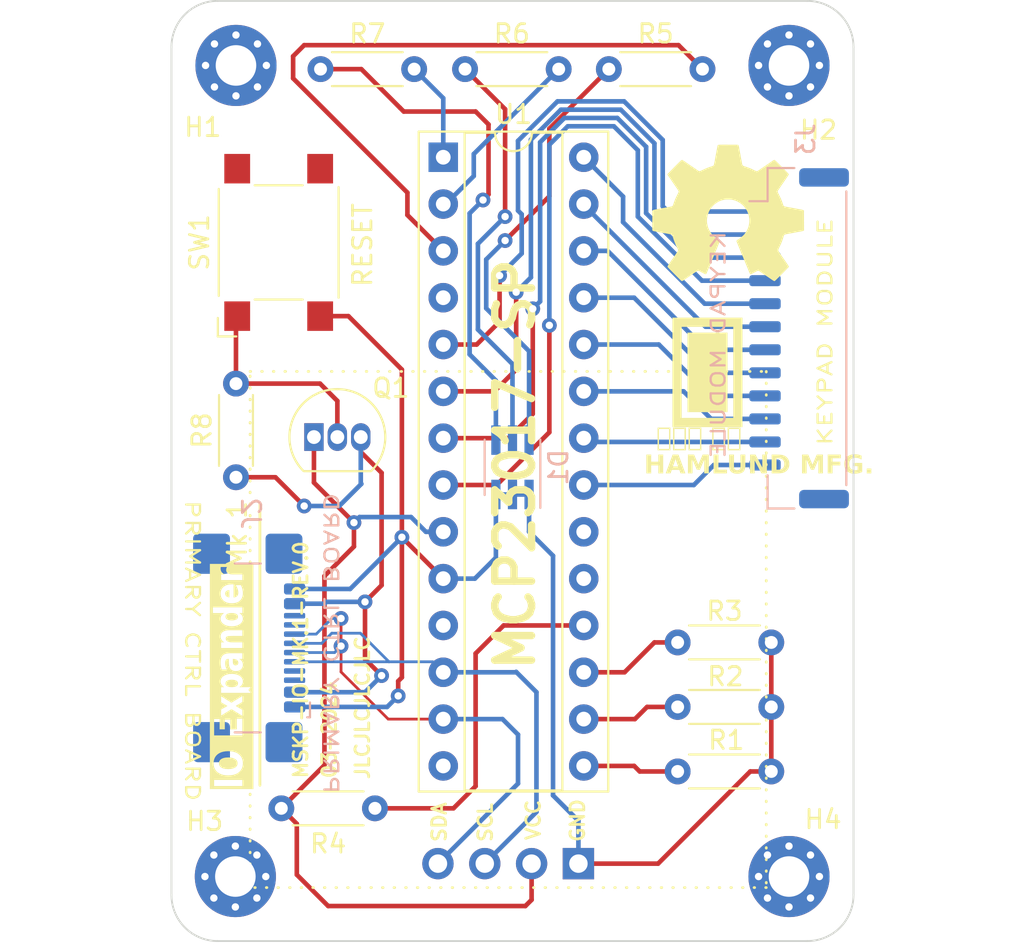
<source format=kicad_pcb>
(kicad_pcb (version 20221018) (generator pcbnew)
  (layers (0 "F.Cu" signal) (31 "B.Cu" signal) (34 "B.Paste" user) (35 "F.Paste" user) (36 "B.SilkS" user "B.Silkscreen") (37 "F.SilkS" user "F.Silkscreen") (38 "B.Mask" user) (39 "F.Mask" user) (44 "Edge.Cuts" user))
  (net 0 "")
  (net 1 "Net-(J1-VCC)")
  (net 2 "Net-(J1-SCL)")
  (net 3 "Net-(J1-SDA)")
  (net 9 "Net-(J3-Pin_1)")
  (net 10 "Net-(J3-Pin_2)")
  (net 11 "Net-(J3-Pin_3)")
  (net 12 "Net-(J3-Pin_4)")
  (net 13 "Net-(J3-Pin_5)")
  (net 14 "Net-(J3-Pin_6)")
  (net 15 "Net-(J3-Pin_7)")
  (net 16 "Net-(J3-Pin_8)")
  (net 17 "Net-(J3-Pin_9)")
  (net 18 "Net-(J3-Pin_10)")
  (net 19 "Net-(J3-Pin_11)")
  (net 20 "Net-(J3-Pin_12)")
  (net 21 "Net-(U1-A0)")
  (net 22 "Net-(U1-A1)")
  (net 23 "Net-(U1-A2)")
  (net 24 "Net-(U1-~{RESET})")
  (net 25 "Net-(Q1-C)")
  (net 26 "Net-(Q1-B)")
  (net 31 "Net-(U1-GPB2)")
  (net 32 "Net-(D1-KB)")
  (net 33 "Net-(D1-AR)")
  (net 34 "Net-(D1-AG)")
  (net 35 "Net-(D1-AB)")
  (net 36 "Net-(U1-GPB1)")
  (net 37 "Net-(U1-GPB0)")
  (footprint "MountingHole:MountingHole_2.2mm_M2_Pad_Via" (layer "F.Cu") (at 111 56.2)
    (fp_text reference "H1" (at -1.8 3.35) (layer "F.SilkS"))
    (fp_text value "MountingHole_2.2mm_M2_Pad_Via")
    (pad "1" thru_hole circle (at -1.65 0) (size 0.7 0.7) (drill 0.4) (layers "*.Cu" "*.Mask"))
    (pad "1" thru_hole circle (at -1.166726 -1.166726) (size 0.7 0.7) (drill 0.4) (layers "*.Cu" "*.Mask"))
    (pad "1" thru_hole circle (at -1.166726 1.166726) (size 0.7 0.7) (drill 0.4) (layers "*.Cu" "*.Mask"))
    (pad "1" thru_hole circle (at 0 -1.65) (size 0.7 0.7) (drill 0.4) (layers "*.Cu" "*.Mask"))
    (pad "1" thru_hole circle (at 0 0) (size 4.4 4.4) (drill 2.2) (layers "*.Cu" "*.Mask"))
    (pad "1" thru_hole circle (at 0 1.65) (size 0.7 0.7) (drill 0.4) (layers "*.Cu" "*.Mask"))
    (pad "1" thru_hole circle (at 1.166726 -1.166726) (size 0.7 0.7) (drill 0.4) (layers "*.Cu" "*.Mask"))
    (pad "1" thru_hole circle (at 1.166726 1.166726) (size 0.7 0.7) (drill 0.4) (layers "*.Cu" "*.Mask"))
    (pad "1" thru_hole circle (at 1.65 0) (size 0.7 0.7) (drill 0.4) (layers "*.Cu" "*.Mask"))
  )
  (footprint "Resistor_THT:R_Axial_DIN0204_L3.6mm_D1.6mm_P5.08mm_Horizontal" (layer "F.Cu") (at 131.226726 56.4)
    (fp_text reference "R5" (at 2.54 -1.92) (layer "F.SilkS"))
    (fp_text value "?k")
    (pad "1" thru_hole circle (at 0 0) (size 1.4 1.4) (drill 0.7) (layers "*.Cu" "*.Mask") (net 35 "Net-(D1-AB)"))
    (pad "2" thru_hole oval (at 5.08 0) (size 1.4 1.4) (drill 0.7) (layers "*.Cu" "*.Mask") (net 31 "Net-(U1-GPB2)"))
  )
  (footprint "ScottoKeebs_Components:OLED_128x64" (layer "F.Cu") (at 125.766726 99.5 180)
    (fp_text reference "J1" hide)
    (fp_text value "OLED_128x64")
    (pad "1" thru_hole rect (at -3.81 0 270) (size 1.7 1.7) (drill 1) (layers "*.Cu" "*.Mask") (net 32 "Net-(D1-KB)"))
    (pad "2" thru_hole oval (at -1.27 0 270) (size 1.7 1.7) (drill 1) (layers "*.Cu" "*.Mask") (net 1 "Net-(J1-VCC)"))
    (pad "3" thru_hole oval (at 1.27 0 270) (size 1.7 1.7) (drill 1) (layers "*.Cu" "*.Mask") (net 2 "Net-(J1-SCL)"))
    (pad "4" thru_hole oval (at 3.81 0 270) (size 1.7 1.7) (drill 1) (layers "*.Cu" "*.Mask") (net 3 "Net-(J1-SDA)"))
  )
  (footprint "MountingHole:MountingHole_2.2mm_M2_Pad_Via" (layer "F.Cu") (at 141 100.2)
    (fp_text reference "H4" (at 1.85 -3.1) (layer "F.SilkS"))
    (fp_text value "MountingHole_2.2mm_M2_Pad_Via")
    (pad "1" thru_hole circle (at -1.65 0) (size 0.7 0.7) (drill 0.4) (layers "*.Cu" "*.Mask"))
    (pad "1" thru_hole circle (at -1.166726 -1.166726) (size 0.7 0.7) (drill 0.4) (layers "*.Cu" "*.Mask"))
    (pad "1" thru_hole circle (at -1.166726 1.166726) (size 0.7 0.7) (drill 0.4) (layers "*.Cu" "*.Mask"))
    (pad "1" thru_hole circle (at 0 -1.65) (size 0.7 0.7) (drill 0.4) (layers "*.Cu" "*.Mask"))
    (pad "1" thru_hole circle (at 0 0) (size 4.4 4.4) (drill 2.2) (layers "*.Cu" "*.Mask"))
    (pad "1" thru_hole circle (at 0 1.65) (size 0.7 0.7) (drill 0.4) (layers "*.Cu" "*.Mask"))
    (pad "1" thru_hole circle (at 1.166726 -1.166726) (size 0.7 0.7) (drill 0.4) (layers "*.Cu" "*.Mask"))
    (pad "1" thru_hole circle (at 1.166726 1.166726) (size 0.7 0.7) (drill 0.4) (layers "*.Cu" "*.Mask"))
    (pad "1" thru_hole circle (at 1.65 0) (size 0.7 0.7) (drill 0.4) (layers "*.Cu" "*.Mask"))
  )
  (footprint "Package_DIP:DIP-28_W7.62mm_Socket" (layer "F.Cu") (at 122.245 61.18)
    (fp_text reference "U1" (at 3.81 -2.33) (layer "F.SilkS"))
    (fp_text value "MCP23017_SP")
    (pad "1" thru_hole rect (at 0 0) (size 1.6 1.6) (drill 0.8) (layers "*.Cu" "*.Mask") (net 37 "Net-(U1-GPB0)"))
    (pad "2" thru_hole oval (at 0 2.54) (size 1.6 1.6) (drill 0.8) (layers "*.Cu" "*.Mask") (net 36 "Net-(U1-GPB1)"))
    (pad "3" thru_hole oval (at 0 5.08) (size 1.6 1.6) (drill 0.8) (layers "*.Cu" "*.Mask") (net 31 "Net-(U1-GPB2)"))
    (pad "4" thru_hole oval (at 0 7.62) (size 1.6 1.6) (drill 0.8) (layers "*.Cu" "*.Mask"))
    (pad "5" thru_hole oval (at 0 10.16) (size 1.6 1.6) (drill 0.8) (layers "*.Cu" "*.Mask") (net 9 "Net-(J3-Pin_1)"))
    (pad "6" thru_hole oval (at 0 12.7) (size 1.6 1.6) (drill 0.8) (layers "*.Cu" "*.Mask") (net 10 "Net-(J3-Pin_2)"))
    (pad "7" thru_hole oval (at 0 15.24) (size 1.6 1.6) (drill 0.8) (layers "*.Cu" "*.Mask") (net 11 "Net-(J3-Pin_3)"))
    (pad "8" thru_hole oval (at 0 17.78) (size 1.6 1.6) (drill 0.8) (layers "*.Cu" "*.Mask") (net 12 "Net-(J3-Pin_4)"))
    (pad "9" thru_hole oval (at 0 20.32) (size 1.6 1.6) (drill 0.8) (layers "*.Cu" "*.Mask") (net 1 "Net-(J1-VCC)"))
    (pad "10" thru_hole oval (at 0 22.86) (size 1.6 1.6) (drill 0.8) (layers "*.Cu" "*.Mask") (net 32 "Net-(D1-KB)"))
    (pad "11" thru_hole oval (at 0 25.4) (size 1.6 1.6) (drill 0.8) (layers "*.Cu" "*.Mask"))
    (pad "12" thru_hole oval (at 0 27.94) (size 1.6 1.6) (drill 0.8) (layers "*.Cu" "*.Mask") (net 2 "Net-(J1-SCL)"))
    (pad "13" thru_hole oval (at 0 30.48) (size 1.6 1.6) (drill 0.8) (layers "*.Cu" "*.Mask") (net 3 "Net-(J1-SDA)"))
    (pad "14" thru_hole oval (at 0 33.02) (size 1.6 1.6) (drill 0.8) (layers "*.Cu" "*.Mask"))
    (pad "15" thru_hole oval (at 7.62 33.02) (size 1.6 1.6) (drill 0.8) (layers "*.Cu" "*.Mask") (net 21 "Net-(U1-A0)"))
    (pad "16" thru_hole oval (at 7.62 30.48) (size 1.6 1.6) (drill 0.8) (layers "*.Cu" "*.Mask") (net 22 "Net-(U1-A1)"))
    (pad "17" thru_hole oval (at 7.62 27.94) (size 1.6 1.6) (drill 0.8) (layers "*.Cu" "*.Mask") (net 23 "Net-(U1-A2)"))
    (pad "18" thru_hole oval (at 7.62 25.4) (size 1.6 1.6) (drill 0.8) (layers "*.Cu" "*.Mask") (net 24 "Net-(U1-~{RESET})"))
    (pad "19" thru_hole oval (at 7.62 22.86) (size 1.6 1.6) (drill 0.8) (layers "*.Cu" "*.Mask"))
    (pad "20" thru_hole oval (at 7.62 20.32) (size 1.6 1.6) (drill 0.8) (layers "*.Cu" "*.Mask"))
    (pad "21" thru_hole oval (at 7.62 17.78) (size 1.6 1.6) (drill 0.8) (layers "*.Cu" "*.Mask") (net 20 "Net-(J3-Pin_12)"))
    (pad "22" thru_hole oval (at 7.62 15.24) (size 1.6 1.6) (drill 0.8) (layers "*.Cu" "*.Mask") (net 19 "Net-(J3-Pin_11)"))
    (pad "23" thru_hole oval (at 7.62 12.7) (size 1.6 1.6) (drill 0.8) (layers "*.Cu" "*.Mask") (net 18 "Net-(J3-Pin_10)"))
    (pad "24" thru_hole oval (at 7.62 10.16) (size 1.6 1.6) (drill 0.8) (layers "*.Cu" "*.Mask") (net 17 "Net-(J3-Pin_9)"))
    (pad "25" thru_hole oval (at 7.62 7.62) (size 1.6 1.6) (drill 0.8) (layers "*.Cu" "*.Mask") (net 16 "Net-(J3-Pin_8)"))
    (pad "26" thru_hole oval (at 7.62 5.08) (size 1.6 1.6) (drill 0.8) (layers "*.Cu" "*.Mask") (net 15 "Net-(J3-Pin_7)"))
    (pad "27" thru_hole oval (at 7.62 2.54) (size 1.6 1.6) (drill 0.8) (layers "*.Cu" "*.Mask") (net 14 "Net-(J3-Pin_6)"))
    (pad "28" thru_hole oval (at 7.62 0) (size 1.6 1.6) (drill 0.8) (layers "*.Cu" "*.Mask") (net 13 "Net-(J3-Pin_5)"))
  )
  (footprint "Resistor_THT:R_Axial_DIN0204_L3.6mm_D1.6mm_P5.08mm_Horizontal" (layer "F.Cu") (at 111 73.46 -90)
    (fp_text reference "R8" (at 2.54 1.85 90) (layer "F.SilkS"))
    (fp_text value "100K")
    (pad "1" thru_hole circle (at 0 0 270) (size 1.4 1.4) (drill 0.7) (layers "*.Cu" "*.Mask") (net 26 "Net-(Q1-B)"))
    (pad "2" thru_hole oval (at 5.08 0 270) (size 1.4 1.4) (drill 0.7) (layers "*.Cu" "*.Mask") (net 25 "Net-(Q1-C)"))
  )
  (footprint "Resistor_THT:R_Axial_DIN0204_L3.6mm_D1.6mm_P5.08mm_Horizontal" (layer "F.Cu") (at 134.96 94.5)
    (fp_text reference "R1" (at 2.64 -1.7) (layer "F.SilkS"))
    (fp_text value "10k")
    (pad "1" thru_hole circle (at 0 0) (size 1.4 1.4) (drill 0.7) (layers "*.Cu" "*.Mask") (net 21 "Net-(U1-A0)"))
    (pad "2" thru_hole oval (at 5.08 0) (size 1.4 1.4) (drill 0.7) (layers "*.Cu" "*.Mask") (net 32 "Net-(D1-KB)"))
  )
  (footprint "Resistor_THT:R_Axial_DIN0204_L3.6mm_D1.6mm_P5.08mm_Horizontal" (layer "F.Cu") (at 134.96 87.5)
    (fp_text reference "R3" (at 2.54 -1.7) (layer "F.SilkS"))
    (fp_text value "10k")
    (pad "1" thru_hole circle (at 0 0) (size 1.4 1.4) (drill 0.7) (layers "*.Cu" "*.Mask") (net 23 "Net-(U1-A2)"))
    (pad "2" thru_hole oval (at 5.08 0) (size 1.4 1.4) (drill 0.7) (layers "*.Cu" "*.Mask") (net 32 "Net-(D1-KB)"))
  )
  (footprint "Button_Switch_SMD:SW_SPST_Omron_B3FS-101xP" (layer "F.Cu") (at 113.316726 65.8 90)
    (fp_text reference "SW1" (at 0 -4.3 90) (layer "F.SilkS"))
    (fp_text value "SW_Omron_B3FS")
    (pad "1" smd rect (at -4 -2.25 270) (size 1.6 1.4) (layers "F.Cu" "F.Paste" "F.Mask") (net 26 "Net-(Q1-B)"))
    (pad "1" smd rect (at 4 -2.25 270) (size 1.6 1.4) (layers "F.Cu" "F.Paste" "F.Mask") (net 26 "Net-(Q1-B)"))
    (pad "2" smd rect (at -4 2.25 270) (size 1.6 1.4) (layers "F.Cu" "F.Paste" "F.Mask") (net 32 "Net-(D1-KB)"))
    (pad "2" smd rect (at 4 2.25 270) (size 1.6 1.4) (layers "F.Cu" "F.Paste" "F.Mask") (net 32 "Net-(D1-KB)"))
  )
  (footprint "MountingHole:MountingHole_2.2mm_M2_Pad_Via" (layer "F.Cu") (at 110.966726 100.2)
    (fp_text reference "H3" (at -1.666726 -3) (layer "F.SilkS"))
    (fp_text value "MountingHole_2.2mm_M2_Pad_Via")
    (pad "1" thru_hole circle (at -1.65 0) (size 0.7 0.7) (drill 0.4) (layers "*.Cu" "*.Mask"))
    (pad "1" thru_hole circle (at -1.166726 -1.166726) (size 0.7 0.7) (drill 0.4) (layers "*.Cu" "*.Mask"))
    (pad "1" thru_hole circle (at -1.166726 1.166726) (size 0.7 0.7) (drill 0.4) (layers "*.Cu" "*.Mask"))
    (pad "1" thru_hole circle (at 0 -1.65) (size 0.7 0.7) (drill 0.4) (layers "*.Cu" "*.Mask"))
    (pad "1" thru_hole circle (at 0 0) (size 4.4 4.4) (drill 2.2) (layers "*.Cu" "*.Mask"))
    (pad "1" thru_hole circle (at 0 1.65) (size 0.7 0.7) (drill 0.4) (layers "*.Cu" "*.Mask"))
    (pad "1" thru_hole circle (at 1.166726 -1.166726) (size 0.7 0.7) (drill 0.4) (layers "*.Cu" "*.Mask"))
    (pad "1" thru_hole circle (at 1.166726 1.166726) (size 0.7 0.7) (drill 0.4) (layers "*.Cu" "*.Mask"))
    (pad "1" thru_hole circle (at 1.65 0) (size 0.7 0.7) (drill 0.4) (layers "*.Cu" "*.Mask"))
  )
  (footprint "Package_TO_SOT_THT:TO-92_Inline" (layer "F.Cu") (at 115.23 76.36)
    (fp_text reference "Q1" (at 4.17 -2.66) (layer "F.SilkS"))
    (fp_text value "2N3904")
    (pad "1" thru_hole rect (at 0 0) (size 1.05 1.5) (drill 0.75) (layers "*.Cu" "*.Mask") (net 1 "Net-(J1-VCC)"))
    (pad "2" thru_hole oval (at 1.27 0) (size 1.05 1.5) (drill 0.75) (layers "*.Cu" "*.Mask") (net 26 "Net-(Q1-B)"))
    (pad "3" thru_hole oval (at 2.54 0) (size 1.05 1.5) (drill 0.75) (layers "*.Cu" "*.Mask") (net 25 "Net-(Q1-C)"))
  )
  (footprint "Resistor_THT:R_Axial_DIN0204_L3.6mm_D1.6mm_P5.08mm_Horizontal" (layer "F.Cu") (at 115.586726 56.4)
    (fp_text reference "R7" (at 2.54 -1.92) (layer "F.SilkS"))
    (fp_text value "?k")
    (pad "1" thru_hole circle (at 0 0) (size 1.4 1.4) (drill 0.7) (layers "*.Cu" "*.Mask") (net 33 "Net-(D1-AR)"))
    (pad "2" thru_hole oval (at 5.08 0) (size 1.4 1.4) (drill 0.7) (layers "*.Cu" "*.Mask") (net 37 "Net-(U1-GPB0)"))
  )
  (footprint "Desktop:OSH_test" (layer "F.Cu") (at 137.7 64.2)
    (fp_text reference "G***" hide)
    (fp_text value "LOGO" hide)
  )
  (footprint "Resistor_THT:R_Axial_DIN0204_L3.6mm_D1.6mm_P5.08mm_Horizontal" (layer "F.Cu") (at 118.54 96.5 180)
    (fp_text reference "R4" (at 2.54 -1.92) (layer "F.SilkS"))
    (fp_text value "10k")
    (pad "1" thru_hole circle (at 0 0 180) (size 1.4 1.4) (drill 0.7) (layers "*.Cu" "*.Mask") (net 24 "Net-(U1-~{RESET})"))
    (pad "2" thru_hole oval (at 5.08 0 180) (size 1.4 1.4) (drill 0.7) (layers "*.Cu" "*.Mask") (net 1 "Net-(J1-VCC)"))
  )
  (footprint "MountingHole:MountingHole_2.2mm_M2_Pad_Via" (layer "F.Cu") (at 141 56.2)
    (fp_text reference "H2" (at 1.6 3.5) (layer "F.SilkS"))
    (fp_text value "MountingHole_2.2mm_M2_Pad_Via")
    (pad "1" thru_hole circle (at -1.65 0) (size 0.7 0.7) (drill 0.4) (layers "*.Cu" "*.Mask"))
    (pad "1" thru_hole circle (at -1.166726 -1.166726) (size 0.7 0.7) (drill 0.4) (layers "*.Cu" "*.Mask"))
    (pad "1" thru_hole circle (at -1.166726 1.166726) (size 0.7 0.7) (drill 0.4) (layers "*.Cu" "*.Mask"))
    (pad "1" thru_hole circle (at 0 -1.65) (size 0.7 0.7) (drill 0.4) (layers "*.Cu" "*.Mask"))
    (pad "1" thru_hole circle (at 0 0) (size 4.4 4.4) (drill 2.2) (layers "*.Cu" "*.Mask"))
    (pad "1" thru_hole circle (at 0 1.65) (size 0.7 0.7) (drill 0.4) (layers "*.Cu" "*.Mask"))
    (pad "1" thru_hole circle (at 1.166726 -1.166726) (size 0.7 0.7) (drill 0.4) (layers "*.Cu" "*.Mask"))
    (pad "1" thru_hole circle (at 1.166726 1.166726) (size 0.7 0.7) (drill 0.4) (layers "*.Cu" "*.Mask"))
    (pad "1" thru_hole circle (at 1.65 0) (size 0.7 0.7) (drill 0.4) (layers "*.Cu" "*.Mask"))
  )
  (footprint "Resistor_THT:R_Axial_DIN0204_L3.6mm_D1.6mm_P5.08mm_Horizontal" (layer "F.Cu") (at 134.96 91)
    (fp_text reference "R2" (at 2.59 -1.65) (layer "F.SilkS"))
    (fp_text value "10k")
    (pad "1" thru_hole circle (at 0 0) (size 1.4 1.4) (drill 0.7) (layers "*.Cu" "*.Mask") (net 22 "Net-(U1-A1)"))
    (pad "2" thru_hole oval (at 5.08 0) (size 1.4 1.4) (drill 0.7) (layers "*.Cu" "*.Mask") (net 32 "Net-(D1-KB)"))
  )
  (footprint "Resistor_THT:R_Axial_DIN0204_L3.6mm_D1.6mm_P5.08mm_Horizontal" (layer "F.Cu") (at 123.426726 56.4)
    (fp_text reference "R6" (at 2.54 -1.92) (layer "F.SilkS"))
    (fp_text value "?k")
    (pad "1" thru_hole circle (at 0 0) (size 1.4 1.4) (drill 0.7) (layers "*.Cu" "*.Mask") (net 34 "Net-(D1-AG)"))
    (pad "2" thru_hole oval (at 5.08 0) (size 1.4 1.4) (drill 0.7) (layers "*.Cu" "*.Mask") (net 36 "Net-(U1-GPB1)"))
  )
  (footprint "LED_SMD:LED_Avago_PLCC6_3x2.8mm" (layer "B.Cu") (at 126 78 90)
    (fp_text reference "D1" (at 0 2.5 90) (layer "B.SilkS") (effects (justify mirror)))
    (fp_text value "ASMT-YTB7-0AA02")
    (pad "1" smd rect (at -1.475 0.9 90) (size 1.6 0.5) (layers "B.Cu" "B.Paste" "B.Mask") (net 32 "Net-(D1-KB)"))
    (pad "2" smd rect (at -1.475 0 90) (size 1.6 0.5) (layers "B.Cu" "B.Paste" "B.Mask") (net 32 "Net-(D1-KB)"))
    (pad "3" smd rect (at -1.475 -0.9 90) (size 1.6 0.5) (layers "B.Cu" "B.Paste" "B.Mask") (net 32 "Net-(D1-KB)"))
    (pad "4" smd rect (at 1.475 -0.9 90) (size 1.6 0.5) (layers "B.Cu" "B.Paste" "B.Mask") (net 33 "Net-(D1-AR)"))
    (pad "5" smd rect (at 1.475 0 90) (size 1.6 0.5) (layers "B.Cu" "B.Paste" "B.Mask") (net 34 "Net-(D1-AG)"))
    (pad "6" smd rect (at 1.475 0.9 90) (size 1.6 0.5) (layers "B.Cu" "B.Paste" "B.Mask") (net 35 "Net-(D1-AB)"))
  )
  (footprint "Connector_JST:JST_GH_SM12B-GHS-TB_1x12-1MP_P1.25mm_Horizontal" (layer "B.Cu") (at 141.55 71 -90)
    (fp_text reference "J3" (at -10.8 -0.35 90) (layer "B.SilkS") (effects (justify mirror)))
    (fp_text value "Conn_01x12_Socket")
    (pad "1" smd roundrect (at -6.875 1.85 270) (size 0.6 1.7) (layers "B.Cu" "B.Paste" "B.Mask") (net 9 "Net-(J3-Pin_1)"))
    (pad "2" smd roundrect (at -5.625 1.85 270) (size 0.6 1.7) (layers "B.Cu" "B.Paste" "B.Mask") (net 10 "Net-(J3-Pin_2)"))
    (pad "3" smd roundrect (at -4.375 1.85 270) (size 0.6 1.7) (layers "B.Cu" "B.Paste" "B.Mask") (net 11 "Net-(J3-Pin_3)"))
    (pad "4" smd roundrect (at -3.125 1.85 270) (size 0.6 1.7) (layers "B.Cu" "B.Paste" "B.Mask") (net 12 "Net-(J3-Pin_4)"))
    (pad "5" smd roundrect (at -1.875 1.85 270) (size 0.6 1.7) (layers "B.Cu" "B.Paste" "B.Mask") (net 13 "Net-(J3-Pin_5)"))
    (pad "6" smd roundrect (at -0.625 1.85 270) (size 0.6 1.7) (layers "B.Cu" "B.Paste" "B.Mask") (net 14 "Net-(J3-Pin_6)"))
    (pad "7" smd roundrect (at 0.625 1.85 270) (size 0.6 1.7) (layers "B.Cu" "B.Paste" "B.Mask") (net 15 "Net-(J3-Pin_7)"))
    (pad "8" smd roundrect (at 1.875 1.85 270) (size 0.6 1.7) (layers "B.Cu" "B.Paste" "B.Mask") (net 16 "Net-(J3-Pin_8)"))
    (pad "9" smd roundrect (at 3.125 1.85 270) (size 0.6 1.7) (layers "B.Cu" "B.Paste" "B.Mask") (net 17 "Net-(J3-Pin_9)"))
    (pad "10" smd roundrect (at 4.375 1.85 270) (size 0.6 1.7) (layers "B.Cu" "B.Paste" "B.Mask") (net 18 "Net-(J3-Pin_10)"))
    (pad "11" smd roundrect (at 5.625 1.85 270) (size 0.6 1.7) (layers "B.Cu" "B.Paste" "B.Mask") (net 19 "Net-(J3-Pin_11)"))
    (pad "12" smd roundrect (at 6.875 1.85 270) (size 0.6 1.7) (layers "B.Cu" "B.Paste" "B.Mask") (net 20 "Net-(J3-Pin_12)"))
    (pad "MP" smd roundrect (at -8.725 -1.35 270) (size 1 2.7) (layers "B.Cu" "B.Paste" "B.Mask"))
    (pad "MP" smd roundrect (at 8.725 -1.35 270) (size 1 2.7) (layers "B.Cu" "B.Paste" "B.Mask"))
  )
  (footprint "Connector_USB:USB_C_Receptacle_GCT_USB4110" (layer "B.Cu") (at 110.5 87.8 90)
    (fp_text reference "J2" (at 7.3 1.3 270 unlocked) (layer "B.SilkS") (effects (justify mirror)))
    (fp_text value "USB_C_Receptacle_USB2.0")
    (pad "" np_thru_hole circle (at -2.89 2.605 90) (size 0.65 0.65) (drill 0.65) (layers "F&B.Cu" "*.Mask"))
    (pad "" np_thru_hole circle (at 2.89 2.605 90) (size 0.65 0.65) (drill 0.65) (layers "F&B.Cu" "*.Mask"))
    (pad "A1" smd roundrect (at -3.2 3.68 90) (size 0.6 1.15) (layers "B.Cu" "B.Paste" "B.Mask") (net 32 "Net-(D1-KB)"))
    (pad "A4" smd roundrect (at -2.4 3.68 90) (size 0.6 1.15) (layers "B.Cu" "B.Paste" "B.Mask") (net 25 "Net-(Q1-C)"))
    (pad "A5" smd roundrect (at -1.25 3.68 90) (size 0.3 1.15) (layers "B.Cu" "B.Paste" "B.Mask"))
    (pad "A6" smd roundrect (at -0.25 3.68 90) (size 0.3 1.15) (layers "B.Cu" "B.Paste" "B.Mask") (net 3 "Net-(J1-SDA)"))
    (pad "A7" smd roundrect (at 0.25 3.68 90) (size 0.3 1.15) (layers "B.Cu" "B.Paste" "B.Mask") (net 2 "Net-(J1-SCL)"))
    (pad "A8" smd roundrect (at 1.25 3.68 90) (size 0.3 1.15) (layers "B.Cu" "B.Paste" "B.Mask"))
    (pad "A9" smd roundrect (at 2.4 3.68 90) (size 0.6 1.15) (layers "B.Cu" "B.Paste" "B.Mask") (net 25 "Net-(Q1-C)"))
    (pad "A12" smd roundrect (at 3.2 3.68 90) (size 0.6 1.15) (layers "B.Cu" "B.Paste" "B.Mask") (net 32 "Net-(D1-KB)"))
    (pad "B1" smd roundrect (at 3.2 3.68 90) (size 0.6 1.15) (layers "B.Cu" "B.Paste" "B.Mask") (net 32 "Net-(D1-KB)"))
    (pad "B4" smd roundrect (at 2.4 3.68 90) (size 0.6 1.15) (layers "B.Cu" "B.Paste" "B.Mask") (net 25 "Net-(Q1-C)"))
    (pad "B5" smd roundrect (at 1.75 3.68 90) (size 0.3 1.15) (layers "B.Cu" "B.Paste" "B.Mask"))
    (pad "B6" smd roundrect (at 0.75 3.68 90) (size 0.3 1.15) (layers "B.Cu" "B.Paste" "B.Mask") (net 3 "Net-(J1-SDA)"))
    (pad "B7" smd roundrect (at -0.75 3.68 90) (size 0.3 1.15) (layers "B.Cu" "B.Paste" "B.Mask") (net 2 "Net-(J1-SCL)"))
    (pad "B8" smd roundrect (at -1.75 3.68 90) (size 0.3 1.15) (layers "B.Cu" "B.Paste" "B.Mask"))
    (pad "B9" smd roundrect (at -2.4 3.68 90) (size 0.6 1.15) (layers "B.Cu" "B.Paste" "B.Mask") (net 25 "Net-(Q1-C)"))
    (pad "B12" smd roundrect (at -3.2 3.68 90) (size 0.6 1.15) (layers "B.Cu" "B.Paste" "B.Mask") (net 32 "Net-(D1-KB)"))
    (pad "S1" smd roundrect (at -5.11 -0.825 90) (size 2.18 2) (layers "B.Cu" "B.Paste" "B.Mask") (roundrect_rratio 0.125))
    (pad "S1" smd roundrect (at -5.11 3.105 90) (size 2.18 2) (layers "B.Cu" "B.Paste" "B.Mask") (roundrect_rratio 0.125))
    (pad "S1" smd roundrect (at 5.11 -0.825 90) (size 2.18 2) (layers "B.Cu" "B.Paste" "B.Mask") (roundrect_rratio 0.125))
    (pad "S1" smd roundrect (at 5.11 3.105 90) (size 2.18 2) (layers "B.Cu" "B.Paste" "B.Mask") (roundrect_rratio 0.125))
  )
  (gr_rect (start 111.766726 72.8) (end 139.766726 100.8) (stroke (width 0.15) (type dot)) (fill none) (layer "F.SilkS"))
  (gr_line (start 112.3 79.95) (end 112.3 95.25) (stroke (width 0.15)) (layer "F.SilkS"))
  (gr_arc (start 110 103.7) (mid 108.232233 102.967767) (end 107.5 101.2) (stroke (width 0.1)) (layer "Edge.Cuts"))
  (gr_line (start 144.5 55.2) (end 144.5 101.2) (stroke (width 0.1)) (layer "Edge.Cuts"))
  (gr_arc (start 142 52.7) (mid 143.767767 53.432233) (end 144.5 55.2) (stroke (width 0.1)) (layer "Edge.Cuts"))
  (gr_line (start 107.5 101.2) (end 107.5 55.2) (stroke (width 0.1)) (layer "Edge.Cuts"))
  (gr_line (start 110 52.7) (end 142 52.7) (stroke (width 0.1)) (layer "Edge.Cuts"))
  (gr_line (start 142 103.7) (end 110 103.7) (stroke (width 0.1)) (layer "Edge.Cuts"))
  (gr_arc (start 107.5 55.2) (mid 108.232233 53.432233) (end 110 52.7) (stroke (width 0.1)) (layer "Edge.Cuts"))
  (gr_arc (start 144.5 101.2) (mid 143.767767 102.967767) (end 142 103.7) (stroke (width 0.1)) (layer "Edge.Cuts"))
  (gr_text "KEYPAD MODULE" (at 137.6 65.1 90) (layer "B.SilkS") (effects (font (size 0.75 1) (thickness 0.125)) (justify left bottom mirror)))
  (gr_text "PRIMARY CTRL BOARD" (at 115.7 95.8 270) (layer "B.SilkS") (effects (font (size 0.75 1) (thickness 0.125)) (justify left bottom mirror)))
  (gr_text "VCC" (at 127.566726 98.3 90) (layer "F.SilkS") (effects (font (size 0.75 0.75)) (justify left bottom)))
  (gr_text "SDA" (at 122.466726 98.4 90) (layer "F.SilkS") (effects (font (size 0.75 0.75)) (justify left bottom)))
  (gr_text "GND\n" (at 129.966726 98.4 90) (layer "F.SilkS") (effects (font (size 0.75 0.75)) (justify left bottom)))
  (gr_text "Mk 1" (at 111.65 83.6 90) (layer "F.SilkS") (effects (font (size 1 1)) (justify left bottom)))
  (gr_text "MCP23017-SP" (at 127.3 89.2 90) (layer "F.SilkS") (effects (font (size 2 2) (thickness 0.4) bold) (justify left bottom)))
  (gr_text "SCL" (at 124.966726 98.4 90) (layer "F.SilkS") (effects (font (size 0.75 0.75)) (justify left bottom)))
  (gr_text "HAMLUND MFG." (at 133.133274 78.5) (layer "F.SilkS") (effects (font (size 1 1) (thickness 0.2) bold) (justify left bottom)))
  (gr_text "03-2024" (at 116.5 94.95 90) (layer "F.SilkS") (effects (font (size 0.75 0.75)) (justify left bottom)))
  (gr_text "RESET" (at 118.45 68.3 90) (layer "F.SilkS") (effects (font (size 1 1)) (justify left bottom)))
  (gr_text "햄" (at 134.9 75) (layer "F.SilkS" knockout) (effects (font (size 4 4) (thickness 1) bold) (justify left bottom)))
  (gr_text "JLCJLCJLCJLC" (at 118.3 95 90) (layer "F.SilkS") (effects (font (size 0.75 0.75)) (justify left bottom)))
  (gr_text "MSKP-IO-MK.1-REV.0" (at 114.95 94.95 90) (layer "F.SilkS") (effects (font (size 0.75 0.75)) (justify left bottom)))
  (gr_text "PRIMARY CTRL BOARD" (at 108.2 79.7 270) (layer "F.SilkS") (effects (font (size 0.75 1) (thickness 0.125)) (justify left bottom)))
  (gr_text "햄룬드 제조" (at 133.8 77) (layer "F.SilkS") (effects (font (size 1 1)) (justify left bottom)))
  (gr_text "IO Expander" (at 111.6 95.45 90) (layer "F.SilkS" knockout) (effects (font (size 1.5 1.25) (thickness 0.2) bold) (justify left bottom)))
  (gr_text "KEYPAD MODULE" (at 143.4 76.9 90) (layer "F.SilkS") (effects (font (size 0.75 1) (thickness 0.125)) (justify left bottom)))
  (segment (start 114.3 97.34) (end 113.46 96.5) (width 0.25) (layer "F.Cu") (net 1))
  (segment (start 115.23 76.36) (end 115.23 78.83) (width 0.25) (layer "F.Cu") (net 1))
  (segment (start 115.8 94.16) (end 113.46 96.5) (width 0.25) (layer "F.Cu") (net 1))
  (segment (start 115.23 78.83) (end 117.4 81) (width 0.25) (layer "F.Cu") (net 1))
  (segment (start 126.7 101.8) (end 116 101.8) (width 0.25) (layer "F.Cu") (net 1))
  (segment (start 127.036726 101.463274) (end 126.7 101.8) (width 0.25) (layer "F.Cu") (net 1))
  (segment (start 114.3 100.1) (end 114.3 97.34) (width 0.25) (layer "F.Cu") (net 1))
  (segment (start 115.8 83.9) (end 115.8 94.16) (width 0.25) (layer "F.Cu") (net 1))
  (segment (start 116 101.8) (end 114.3 100.1) (width 0.25) (layer "F.Cu") (net 1))
  (segment (start 127.036726 99.5) (end 127.036726 101.463274) (width 0.25) (layer "F.Cu") (net 1))
  (segment (start 117.4 82.3) (end 115.8 83.9) (width 0.25) (layer "F.Cu") (net 1))
  (segment (start 117.4 81) (end 117.4 82.3) (width 0.25) (layer "F.Cu") (net 1))
  (via (at 117.4 81) (size 0.8) (drill 0.4) (layers "F.Cu" "B.Cu") (net 1))
  (segment (start 121.3 81.5) (end 122.245 81.5) (width 0.25) (layer "B.Cu") (net 1))
  (segment (start 117.7 80.7) (end 120.5 80.7) (width 0.25) (layer "B.Cu") (net 1))
  (segment (start 117.4 81) (end 117.7 80.7) (width 0.25) (layer "B.Cu") (net 1))
  (segment (start 120.5 80.7) (end 121.3 81.5) (width 0.25) (layer "B.Cu") (net 1))
  (segment (start 124.496726 99.5) (end 127.3 96.696726) (width 0.25) (layer "B.Cu") (net 2))
  (segment (start 127.3 96.696726) (end 127.3 90.2) (width 0.25) (layer "B.Cu") (net 2))
  (segment (start 117.75 87) (end 119.3 88.55) (width 0.15) (layer "B.Cu") (net 2))
  (segment (start 121.675 88.55) (end 122.245 89.12) (width 0.15) (layer "B.Cu") (net 2))
  (segment (start 126.18 89.12) (end 122.245 89.12) (width 0.25) (layer "B.Cu") (net 2))
  (segment (start 114.18 88.55) (end 119.3 88.55) (width 0.15) (layer "B.Cu") (net 2))
  (segment (start 116.2 87) (end 117.75 87) (width 0.15) (layer "B.Cu") (net 2))
  (segment (start 126.2 89.1) (end 126.18 89.12) (width 0.25) (layer "B.Cu") (net 2))
  (segment (start 114.18 87.55) (end 115.65 87.55) (width 0.15) (layer "B.Cu") (net 2))
  (segment (start 119.3 88.55) (end 121.675 88.55) (width 0.15) (layer "B.Cu") (net 2))
  (segment (start 115.65 87.55) (end 116.2 87) (width 0.15) (layer "B.Cu") (net 2))
  (segment (start 127.3 90.2) (end 126.2 89.1) (width 0.25) (layer "B.Cu") (net 2))
  (segment (start 116.7 87.7) (end 116.7 86.2) (width 0.15) (layer "F.Cu") (net 3))
  (segment (start 116.7 87.7) (end 116.7 89.1) (width 0.15) (layer "F.Cu") (net 3))
  (segment (start 119.26 91.66) (end 122.245 91.66) (width 0.15) (layer "F.Cu") (net 3))
  (segment (start 116.7 89.1) (end 119.26 91.66) (width 0.15) (layer "F.Cu") (net 3))
  (via (at 116.7 86.2) (size 0.8) (drill 0.4) (layers "F.Cu" "B.Cu") (net 3))
  (via (at 116.7 87.7) (size 0.8) (drill 0.4) (layers "F.Cu" "B.Cu") (net 3))
  (segment (start 116.7 86.2) (end 116.2 86.2) (width 0.15) (layer "B.Cu") (net 3))
  (segment (start 116.35 88.05) (end 116.7 87.7) (width 0.15) (layer "B.Cu") (net 3))
  (segment (start 114.18 88.05) (end 116.35 88.05) (width 0.15) (layer "B.Cu") (net 3))
  (segment (start 125.46 91.66) (end 122.245 91.66) (width 0.25) (layer "B.Cu") (net 3))
  (segment (start 116.2 86.2) (end 115.35 87.05) (width 0.15) (layer "B.Cu") (net 3))
  (segment (start 126.3 95.156726) (end 126.3 92.5) (width 0.25) (layer "B.Cu") (net 3))
  (segment (start 126.3 92.5) (end 125.46 91.66) (width 0.25) (layer "B.Cu") (net 3))
  (segment (start 121.956726 99.5) (end 126.3 95.156726) (width 0.25) (layer "B.Cu") (net 3))
  (segment (start 115.35 87.05) (end 114.18 87.05) (width 0.15) (layer "B.Cu") (net 3))
  (segment (start 125.3 70.1) (end 124.06 71.34) (width 0.25) (layer "F.Cu") (net 9))
  (segment (start 124.06 71.34) (end 122.245 71.34) (width 0.25) (layer "F.Cu") (net 9))
  (segment (start 125.3 67.6) (end 125.3 70.1) (width 0.25) (layer "F.Cu") (net 9))
  (via (at 125.3 67.6) (size 0.8) (drill 0.4) (layers "F.Cu" "B.Cu") (net 9))
  (segment (start 139.7 64.125) (end 134.434188 64.125) (width 0.25) (layer "B.Cu") (net 9))
  (segment (start 126.3 64.074695) (end 126.5 64.274695) (width 0.25) (layer "B.Cu") (net 9))
  (segment (start 126.3 60.290812) (end 126.3 64.074695) (width 0.25) (layer "B.Cu") (net 9))
  (segment (start 126.5 66.4) (end 125.3 67.6) (width 0.25) (layer "B.Cu") (net 9))
  (segment (start 132.059188 58.15) (end 128.440812 58.15) (width 0.25) (layer "B.Cu") (net 9))
  (segment (start 134.15 60.240812) (end 132.059188 58.15) (width 0.25) (layer "B.Cu") (net 9))
  (segment (start 126.5 64.274695) (end 126.5 66.4) (width 0.25) (layer "B.Cu") (net 9))
  (segment (start 134.15 63.840812) (end 134.15 60.240812) (width 0.25) (layer "B.Cu") (net 9))
  (segment (start 134.434188 64.125) (end 134.15 63.840812) (width 0.25) (layer "B.Cu") (net 9))
  (segment (start 128.440812 58.15) (end 126.3 60.290812) (width 0.25) (layer "B.Cu") (net 9))
  (segment (start 125.02 73.88) (end 122.245 73.88) (width 0.25) (layer "F.Cu") (net 10))
  (segment (start 126.2 72.7) (end 125.02 73.88) (width 0.25) (layer "F.Cu") (net 10))
  (segment (start 126.2 68.5) (end 126.2 72.7) (width 0.25) (layer "F.Cu") (net 10))
  (via (at 126.2 68.5) (size 0.8) (drill 0.4) (layers "F.Cu" "B.Cu") (net 10))
  (segment (start 127 67.7) (end 126.2 68.5) (width 0.25) (layer "B.Cu") (net 10))
  (segment (start 133.7 60.427208) (end 131.872792 58.6) (width 0.25) (layer "B.Cu") (net 10))
  (segment (start 131.872792 58.6) (end 128.627208 58.6) (width 0.25) (layer "B.Cu") (net 10))
  (segment (start 127 60.227208) (end 127 67.7) (width 0.25) (layer "B.Cu") (net 10))
  (segment (start 128.627208 58.6) (end 127 60.227208) (width 0.25) (layer "B.Cu") (net 10))
  (segment (start 135.047792 65.375) (end 133.7 64.027208) (width 0.25) (layer "B.Cu") (net 10))
  (segment (start 133.7 64.027208) (end 133.7 60.427208) (width 0.25) (layer "B.Cu") (net 10))
  (segment (start 139.7 65.375) (end 135.047792 65.375) (width 0.25) (layer "B.Cu") (net 10))
  (segment (start 127.1 75.1) (end 125.78 76.42) (width 0.25) (layer "F.Cu") (net 11))
  (segment (start 127.1 69.4) (end 127.1 75.1) (width 0.25) (layer "F.Cu") (net 11))
  (segment (start 125.78 76.42) (end 122.245 76.42) (width 0.25) (layer "F.Cu") (net 11))
  (via (at 127.1 69.4) (size 0.8) (drill 0.4) (layers "F.Cu" "B.Cu") (net 11))
  (segment (start 133.25 64.213604) (end 133.25 60.613604) (width 0.25) (layer "B.Cu") (net 11))
  (segment (start 133.25 60.613604) (end 131.686396 59.05) (width 0.25) (layer "B.Cu") (net 11))
  (segment (start 128.813604 59.05) (end 127.5 60.363604) (width 0.25) (layer "B.Cu") (net 11))
  (segment (start 139.7 66.625) (end 135.661396 66.625) (width 0.25) (layer "B.Cu") (net 11))
  (segment (start 127.5 69) (end 127.1 69.4) (width 0.25) (layer "B.Cu") (net 11))
  (segment (start 131.686396 59.05) (end 128.813604 59.05) (width 0.25) (layer "B.Cu") (net 11))
  (segment (start 127.5 60.363604) (end 127.5 69) (width 0.25) (layer "B.Cu") (net 11))
  (segment (start 135.661396 66.625) (end 133.25 64.213604) (width 0.25) (layer "B.Cu") (net 11))
  (segment (start 128 76.1) (end 125.1 79) (width 0.25) (layer "F.Cu") (net 12))
  (segment (start 125.1 79) (end 125.06 78.96) (width 0.25) (layer "F.Cu") (net 12))
  (segment (start 125.06 78.96) (end 122.245 78.96) (width 0.25) (layer "F.Cu") (net 12))
  (segment (start 128 70.3) (end 128 76.1) (width 0.25) (layer "F.Cu") (net 12))
  (via (at 128 70.3) (size 0.8) (drill 0.4) (layers "F.Cu" "B.Cu") (net 12))
  (segment (start 129 59.5) (end 128 60.5) (width 0.25) (layer "B.Cu") (net 12))
  (segment (start 132.8 60.8) (end 131.5 59.5) (width 0.25) (layer "B.Cu") (net 12))
  (segment (start 131.5 59.5) (end 129 59.5) (width 0.25) (layer "B.Cu") (net 12))
  (segment (start 128 60.5) (end 128 70.3) (width 0.25) (layer "B.Cu") (net 12))
  (segment (start 136.275 67.875) (end 132.8 64.4) (width 0.25) (layer "B.Cu") (net 12))
  (segment (start 139.7 67.875) (end 136.275 67.875) (width 0.25) (layer "B.Cu") (net 12))
  (segment (start 132.8 64.4) (end 132.8 60.8) (width 0.25) (layer "B.Cu") (net 12))
  (segment (start 132 63.315) (end 129.865 61.18) (width 0.25) (layer "B.Cu") (net 13))
  (segment (start 136.425 69.125) (end 132 64.7) (width 0.25) (layer "B.Cu") (net 13))
  (segment (start 139.7 69.125) (end 136.425 69.125) (width 0.25) (layer "B.Cu") (net 13))
  (segment (start 132 64.7) (end 132 63.315) (width 0.25) (layer "B.Cu") (net 13))
  (segment (start 136.475 70.375) (end 129.865 63.765) (width 0.25) (layer "B.Cu") (net 14))
  (segment (start 129.865 63.765) (end 129.865 63.72) (width 0.25) (layer "B.Cu") (net 14))
  (segment (start 139.7 70.375) (end 136.475 70.375) (width 0.25) (layer "B.Cu") (net 14))
  (segment (start 136.525 71.625) (end 131.16 66.26) (width 0.25) (layer "B.Cu") (net 15))
  (segment (start 131.16 66.26) (end 129.865 66.26) (width 0.25) (layer "B.Cu") (net 15))
  (segment (start 139.7 71.625) (end 136.525 71.625) (width 0.25) (layer "B.Cu") (net 15))
  (segment (start 132.6 68.8) (end 129.865 68.8) (width 0.25) (layer "B.Cu") (net 16))
  (segment (start 139.7 72.875) (end 136.675 72.875) (width 0.25) (layer "B.Cu") (net 16))
  (segment (start 136.675 72.875) (end 132.6 68.8) (width 0.25) (layer "B.Cu") (net 16))
  (segment (start 139.7 74.125) (end 136.725 74.125) (width 0.25) (layer "B.Cu") (net 17))
  (segment (start 133.94 71.34) (end 129.865 71.34) (width 0.25) (layer "B.Cu") (net 17))
  (segment (start 136.725 74.125) (end 133.94 71.34) (width 0.25) (layer "B.Cu") (net 17))
  (segment (start 136.775 75.375) (end 135.28 73.88) (width 0.25) (layer "B.Cu") (net 18))
  (segment (start 139.7 75.375) (end 136.775 75.375) (width 0.25) (layer "B.Cu") (net 18))
  (segment (start 135.28 73.88) (end 129.865 73.88) (width 0.25) (layer "B.Cu") (net 18))
  (segment (start 139.7 76.625) (end 130.07 76.625) (width 0.25) (layer "B.Cu") (net 19))
  (segment (start 130.07 76.625) (end 129.865 76.42) (width 0.25) (layer "B.Cu") (net 19))
  (segment (start 135.84 78.96) (end 129.865 78.96) (width 0.25) (layer "B.Cu") (net 20))
  (segment (start 136.925 77.875) (end 135.84 78.96) (width 0.25) (layer "B.Cu") (net 20))
  (segment (start 139.7 77.875) (end 136.925 77.875) (width 0.25) (layer "B.Cu") (net 20))
  (segment (start 132.6 94.2) (end 129.865 94.2) (width 0.25) (layer "F.Cu") (net 21))
  (segment (start 132.9 94.5) (end 132.6 94.2) (width 0.25) (layer "F.Cu") (net 21))
  (segment (start 134.96 94.5) (end 132.9 94.5) (width 0.25) (layer "F.Cu") (net 21))
  (segment (start 134.96 91) (end 133.3 91) (width 0.25) (layer "F.Cu") (net 22))
  (segment (start 132.64 91.66) (end 129.865 91.66) (width 0.25) (layer "F.Cu") (net 22))
  (segment (start 133.3 91) (end 132.64 91.66) (width 0.25) (layer "F.Cu") (net 22))
  (segment (start 132.08 89.12) (end 129.865 89.12) (width 0.25) (layer "F.Cu") (net 23))
  (segment (start 134.96 87.5) (end 133.7 87.5) (width 0.25) (layer "F.Cu") (net 23))
  (segment (start 133.7 87.5) (end 132.08 89.12) (width 0.25) (layer "F.Cu") (net 23))
  (segment (start 125.52 86.58) (end 129.865 86.58) (width 0.25) (layer "F.Cu") (net 24))
  (segment (start 124 88.1) (end 125.52 86.58) (width 0.25) (layer "F.Cu") (net 24))
  (segment (start 124 95.3) (end 124 88.1) (width 0.25) (layer "F.Cu") (net 24))
  (segment (start 122.8 96.5) (end 124 95.3) (width 0.25) (layer "F.Cu") (net 24))
  (segment (start 118.54 96.5) (end 122.8 96.5) (width 0.25) (layer "F.Cu") (net 24))
  (segment (start 111 78.54) (end 113.14 78.54) (width 0.25) (layer "F.Cu") (net 25))
  (segment (start 118 88.4) (end 118.9 89.3) (width 0.25) (layer "F.Cu") (net 25))
  (segment (start 118 85.3) (end 118.9 84.4) (width 0.25) (layer "F.Cu") (net 25))
  (segment (start 118.9 78.3) (end 117.77 77.17) (width 0.25) (layer "F.Cu") (net 25))
  (segment (start 118 85.3) (end 118 88.4) (width 0.25) (layer "F.Cu") (net 25))
  (segment (start 117.77 77.17) (end 117.77 76.36) (width 0.25) (layer "F.Cu") (net 25))
  (segment (start 118.9 84.4) (end 118.9 78.3) (width 0.25) (layer "F.Cu") (net 25))
  (segment (start 113.14 78.54) (end 114.7 80.1) (width 0.25) (layer "F.Cu") (net 25))
  (via (at 118.9 89.3) (size 0.8) (drill 0.4) (layers "F.Cu" "B.Cu") (net 25))
  (via (at 114.7 80.1) (size 0.8) (drill 0.4) (layers "F.Cu" "B.Cu") (net 25))
  (via (at 118 85.3) (size 0.8) (drill 0.4) (layers "F.Cu" "B.Cu") (net 25))
  (segment (start 117.8 78.9) (end 117.77 78.87) (width 0.25) (layer "B.Cu") (net 25))
  (segment (start 115.8 85.4) (end 115.9 85.3) (width 0.25) (layer "B.Cu") (net 25))
  (segment (start 117.77 78.87) (end 117.77 76.36) (width 0.25) (layer "B.Cu") (net 25))
  (segment (start 118 90.2) (end 114.18 90.2) (width 0.25) (layer "B.Cu") (net 25))
  (segment (start 116.6 80.1) (end 117.8 78.9) (width 0.25) (layer "B.Cu") (net 25))
  (segment (start 114.7 80.1) (end 116.6 80.1) (width 0.25) (layer "B.Cu") (net 25))
  (segment (start 115.9 85.3) (end 118 85.3) (width 0.25) (layer "B.Cu") (net 25))
  (segment (start 118.9 89.3) (end 118 90.2) (width 0.25) (layer "B.Cu") (net 25))
  (segment (start 114.18 85.4) (end 115.8 85.4) (width 0.25) (layer "B.Cu") (net 25))
  (segment (start 115.56 73.46) (end 116.5 74.4) (width 0.25) (layer "F.Cu") (net 26))
  (segment (start 116.5 74.4) (end 116.5 76.36) (width 0.25) (layer "F.Cu") (net 26))
  (segment (start 111 69.866726) (end 111.066726 69.8) (width 0.25) (layer "F.Cu") (net 26))
  (segment (start 111 73.46) (end 111 69.866726) (width 0.25) (layer "F.Cu") (net 26))
  (segment (start 111 73.46) (end 115.56 73.46) (width 0.25) (layer "F.Cu") (net 26))
  (segment (start 114.7 55.1) (end 114.1 55.7) (width 0.25) (layer "F.Cu") (net 31))
  (segment (start 120.3 64.315) (end 122.245 66.26) (width 0.25) (layer "F.Cu") (net 31))
  (segment (start 136.306726 56.4) (end 135.006726 55.1) (width 0.25) (layer "F.Cu") (net 31))
  (segment (start 114.1 55.7) (end 114.1 56.9) (width 0.25) (layer "F.Cu") (net 31))
  (segment (start 120.3 63.1) (end 120.3 64.315) (width 0.25) (layer "F.Cu") (net 31))
  (segment (start 114.1 56.9) (end 120.3 63.1) (width 0.25) (layer "F.Cu") (net 31))
  (segment (start 135.006726 55.1) (end 114.7 55.1) (width 0.25) (layer "F.Cu") (net 31))
  (segment (start 133.9 99.5) (end 129.576726 99.5) (width 0.25) (layer "F.Cu") (net 32))
  (segment (start 138.9 94.5) (end 133.9 99.5) (width 0.25) (layer "F.Cu") (net 32))
  (segment (start 117.1 69.8) (end 120 72.7) (width 0.25) (layer "F.Cu") (net 32))
  (segment (start 119.8 90.4) (end 119.8 89.6) (width 0.25) (layer "F.Cu") (net 32))
  (segment (start 115.566726 69.8) (end 117.1 69.8) (width 0.25) (layer "F.Cu") (net 32))
  (segment (start 140.04 94.5) (end 138.9 94.5) (width 0.25) (layer "F.Cu") (net 32))
  (segment (start 120 89.4) (end 120 81.795) (width 0.25) (layer "F.Cu") (net 32))
  (segment (start 119.8 89.6) (end 120 89.4) (width 0.25) (layer "F.Cu") (net 32))
  (segment (start 140.04 87.5) (end 140.04 94.5) (width 0.25) (layer "F.Cu") (net 32))
  (segment (start 120 81.795) (end 122.245 84.04) (width 0.25) (layer "F.Cu") (net 32))
  (segment (start 120 72.7) (end 120 81.795) (width 0.25) (layer "F.Cu") (net 32))
  (via (at 119.8 90.4) (size 0.8) (drill 0.4) (layers "F.Cu" "B.Cu") (net 32))
  (via (at 120 81.795) (size 0.8) (drill 0.4) (layers "F.Cu" "B.Cu") (net 32))
  (segment (start 126.9 81.5) (end 126.9 79.475) (width 0.25) (layer "B.Cu") (net 32))
  (segment (start 129.576726 97.176726) (end 128.2 95.8) (width 0.25) (layer "B.Cu") (net 32))
  (segment (start 128.2 82.8) (end 126.9 81.5) (width 0.25) (layer "B.Cu") (net 32))
  (segment (start 123.96 84.04) (end 122.245 84.04) (width 0.25) (layer "B.Cu") (net 32))
  (segment (start 119.2 91) (end 119.8 90.4) (width 0.25) (layer "B.Cu") (net 32))
  (segment (start 129.576726 99.5) (end 129.576726 97.176726) (width 0.25) (layer "B.Cu") (net 32))
  (segment (start 128.2 95.8) (end 128.2 82.8) (width 0.25) (layer "B.Cu") (net 32))
  (segment (start 125.1 82.9) (end 123.96 84.04) (width 0.25) (layer "B.Cu") (net 32))
  (segment (start 125.1 79.475) (end 125.1 82.9) (width 0.25) (layer "B.Cu") (net 32))
  (segment (start 120 81.795) (end 117.195 84.6) (width 0.25) (layer "B.Cu") (net 32))
  (segment (start 117.195 84.6) (end 114.18 84.6) (width 0.25) (layer "B.Cu") (net 32))
  (segment (start 114.18 91) (end 119.2 91) (width 0.25) (layer "B.Cu") (net 32))
  (segment (start 125.1 79.475) (end 126.9 79.475) (width 0.25) (layer "B.Cu") (net 32))
  (segment (start 124.7 59.4) (end 124.7 63.2) (width 0.25) (layer "F.Cu") (net 33))
  (segment (start 117.8 56.4) (end 119.9 58.5) (width 0.25) (layer "F.Cu") (net 33))
  (segment (start 120.1 58.7) (end 124 58.7) (width 0.25) (layer "F.Cu") (net 33))
  (segment (start 115.586726 56.4) (end 117.8 56.4) (width 0.25) (layer "F.Cu") (net 33))
  (segment (start 124 58.7) (end 124.7 59.4) (width 0.25) (layer "F.Cu") (net 33))
  (segment (start 124.7 63.2) (end 124.4 63.5) (width 0.25) (layer "F.Cu") (net 33))
  (segment (start 119.9 58.5) (end 120.1 58.7) (width 0.25) (layer "F.Cu") (net 33))
  (via (at 124.4 63.5) (size 0.8) (drill 0.4) (layers "F.Cu" "B.Cu") (net 33))
  (segment (start 123.675 71.875) (end 125.1 73.3) (width 0.25) (layer "B.Cu") (net 33))
  (segment (start 124.4 63.5) (end 123.675 64.225) (width 0.25) (layer "B.Cu") (net 33))
  (segment (start 125.1 73.3) (end 125.1 76.525) (width 0.25) (layer "B.Cu") (net 33))
  (segment (start 123.675 64.225) (end 123.675 71.875) (width 0.25) (layer "B.Cu") (net 33))
  (segment (start 123.426726 56.4) (end 125.6 58.573274) (width 0.25) (layer "F.Cu") (net 34))
  (segment (start 125.6 58.573274) (end 125.6 64.4) (width 0.25) (layer "F.Cu") (net 34))
  (via (at 125.6 64.4) (size 0.8) (drill 0.4) (layers "F.Cu" "B.Cu") (net 34))
  (segment (start 124.125 70.525) (end 126 72.4) (width 0.25) (layer "B.Cu") (net 34))
  (segment (start 126 72.4) (end 126 76.525) (width 0.25) (layer "B.Cu") (net 34))
  (segment (start 125.6 64.4) (end 124.125 65.875) (width 0.25) (layer "B.Cu") (net 34))
  (segment (start 124.125 65.875) (end 124.125 70.525) (width 0.25) (layer "B.Cu") (net 34))
  (segment (start 128 63.3) (end 125.6 65.7) (width 0.25) (layer "F.Cu") (net 35))
  (segment (start 128 59.626726) (end 128 63.3) (width 0.25) (layer "F.Cu") (net 35))
  (segment (start 131.226726 56.4) (end 128 59.626726) (width 0.25) (layer "F.Cu") (net 35))
  (via (at 125.6 65.7) (size 0.8) (drill 0.4) (layers "F.Cu" "B.Cu") (net 35))
  (segment (start 125.6 65.7) (end 124.575 66.725) (width 0.25) (layer "B.Cu") (net 35))
  (segment (start 124.575 69.375) (end 126.9 71.7) (width 0.25) (layer "B.Cu") (net 35))
  (segment (start 126.9 71.7) (end 126.9 76.525) (width 0.25) (layer "B.Cu") (net 35))
  (segment (start 124.575 66.725) (end 124.575 69.375) (width 0.25) (layer "B.Cu") (net 35))
  (segment (start 123.9 61.006726) (end 123.9 62.2) (width 0.25) (layer "B.Cu") (net 36))
  (segment (start 128.506726 56.4) (end 123.9 61.006726) (width 0.25) (layer "B.Cu") (net 36))
  (segment (start 122.38 63.72) (end 122.245 63.72) (width 0.25) (layer "B.Cu") (net 36))
  (segment (start 123.9 62.2) (end 122.38 63.72) (width 0.25) (layer "B.Cu") (net 36))
  (segment (start 122.245 57.978274) (end 122.245 61.18) (width 0.25) (layer "B.Cu") (net 37))
  (segment (start 120.666726 56.4) (end 122.245 57.978274) (width 0.25) (layer "B.Cu") (net 37))
)
</source>
